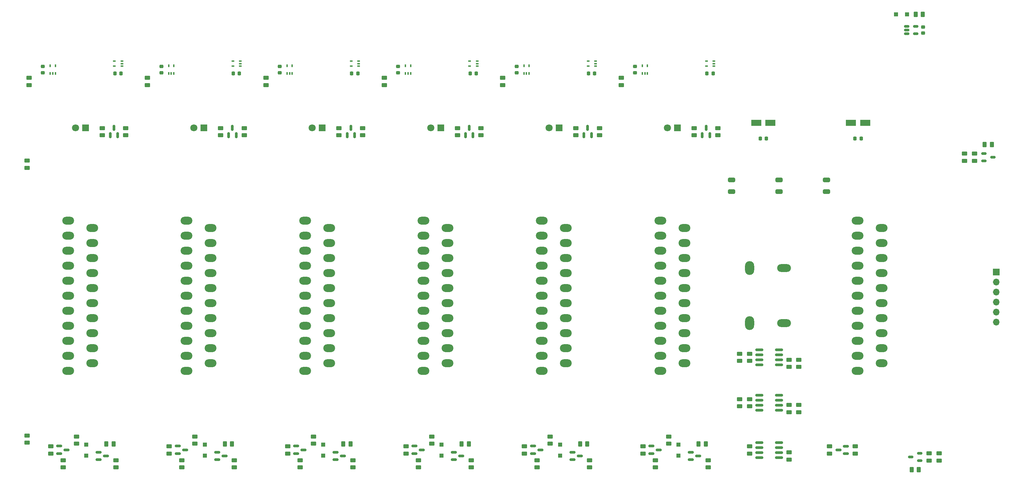
<source format=gts>
G04 #@! TF.GenerationSoftware,KiCad,Pcbnew,8.0.8-2.fc41*
G04 #@! TF.CreationDate,2025-02-05T21:45:11+00:00*
G04 #@! TF.ProjectId,SCART_switcher,53434152-545f-4737-9769-74636865722e,rev?*
G04 #@! TF.SameCoordinates,Original*
G04 #@! TF.FileFunction,Soldermask,Top*
G04 #@! TF.FilePolarity,Negative*
%FSLAX46Y46*%
G04 Gerber Fmt 4.6, Leading zero omitted, Abs format (unit mm)*
G04 Created by KiCad (PCBNEW 8.0.8-2.fc41) date 2025-02-05 21:45:11*
%MOMM*%
%LPD*%
G01*
G04 APERTURE LIST*
G04 Aperture macros list*
%AMRoundRect*
0 Rectangle with rounded corners*
0 $1 Rounding radius*
0 $2 $3 $4 $5 $6 $7 $8 $9 X,Y pos of 4 corners*
0 Add a 4 corners polygon primitive as box body*
4,1,4,$2,$3,$4,$5,$6,$7,$8,$9,$2,$3,0*
0 Add four circle primitives for the rounded corners*
1,1,$1+$1,$2,$3*
1,1,$1+$1,$4,$5*
1,1,$1+$1,$6,$7*
1,1,$1+$1,$8,$9*
0 Add four rect primitives between the rounded corners*
20,1,$1+$1,$2,$3,$4,$5,0*
20,1,$1+$1,$4,$5,$6,$7,0*
20,1,$1+$1,$6,$7,$8,$9,0*
20,1,$1+$1,$8,$9,$2,$3,0*%
G04 Aperture macros list end*
%ADD10RoundRect,0.250000X0.450000X-0.262500X0.450000X0.262500X-0.450000X0.262500X-0.450000X-0.262500X0*%
%ADD11RoundRect,0.250000X0.300000X-0.300000X0.300000X0.300000X-0.300000X0.300000X-0.300000X-0.300000X0*%
%ADD12RoundRect,0.250000X-0.262500X-0.450000X0.262500X-0.450000X0.262500X0.450000X-0.262500X0.450000X0*%
%ADD13RoundRect,0.150000X0.150000X-0.587500X0.150000X0.587500X-0.150000X0.587500X-0.150000X-0.587500X0*%
%ADD14RoundRect,0.250000X0.650000X-0.325000X0.650000X0.325000X-0.650000X0.325000X-0.650000X-0.325000X0*%
%ADD15RoundRect,0.100000X0.225000X0.100000X-0.225000X0.100000X-0.225000X-0.100000X0.225000X-0.100000X0*%
%ADD16RoundRect,0.100000X0.100000X-0.225000X0.100000X0.225000X-0.100000X0.225000X-0.100000X-0.225000X0*%
%ADD17RoundRect,0.250000X-0.450000X0.262500X-0.450000X-0.262500X0.450000X-0.262500X0.450000X0.262500X0*%
%ADD18RoundRect,0.150000X-0.512500X-0.150000X0.512500X-0.150000X0.512500X0.150000X-0.512500X0.150000X0*%
%ADD19RoundRect,0.225000X0.225000X0.250000X-0.225000X0.250000X-0.225000X-0.250000X0.225000X-0.250000X0*%
%ADD20RoundRect,0.225000X-0.250000X0.225000X-0.250000X-0.225000X0.250000X-0.225000X0.250000X0.225000X0*%
%ADD21RoundRect,0.150000X-0.587500X-0.150000X0.587500X-0.150000X0.587500X0.150000X-0.587500X0.150000X0*%
%ADD22RoundRect,0.150000X0.825000X0.150000X-0.825000X0.150000X-0.825000X-0.150000X0.825000X-0.150000X0*%
%ADD23RoundRect,0.225000X-0.225000X-0.250000X0.225000X-0.250000X0.225000X0.250000X-0.225000X0.250000X0*%
%ADD24R,1.800000X1.800000*%
%ADD25C,1.800000*%
%ADD26RoundRect,0.250000X0.262500X0.450000X-0.262500X0.450000X-0.262500X-0.450000X0.262500X-0.450000X0*%
%ADD27O,3.000000X2.000000*%
%ADD28RoundRect,0.150000X0.512500X0.150000X-0.512500X0.150000X-0.512500X-0.150000X0.512500X-0.150000X0*%
%ADD29RoundRect,0.250000X1.050000X0.550000X-1.050000X0.550000X-1.050000X-0.550000X1.050000X-0.550000X0*%
%ADD30RoundRect,0.250000X-0.300000X-0.300000X0.300000X-0.300000X0.300000X0.300000X-0.300000X0.300000X0*%
%ADD31RoundRect,0.150000X0.587500X0.150000X-0.587500X0.150000X-0.587500X-0.150000X0.587500X-0.150000X0*%
%ADD32O,3.500000X2.000000*%
%ADD33O,2.300000X3.500000*%
%ADD34R,1.700000X1.700000*%
%ADD35O,1.700000X1.700000*%
G04 APERTURE END LIST*
D10*
X81500000Y-151412500D03*
X81500000Y-149587500D03*
D11*
X150500000Y-151900000D03*
X150500000Y-149100000D03*
D10*
X218750000Y-151412500D03*
X218750000Y-149587500D03*
D12*
X65587500Y-149000000D03*
X67412500Y-149000000D03*
D13*
X36550000Y-70687500D03*
X38450000Y-70687500D03*
X37500000Y-68812500D03*
D14*
X194000000Y-84975000D03*
X194000000Y-82025000D03*
D15*
X189500000Y-53150000D03*
X189500000Y-52500000D03*
X189500000Y-51850000D03*
X187600000Y-51850000D03*
X187600000Y-53150000D03*
D16*
X141350000Y-54950000D03*
X142000000Y-54950000D03*
X142650000Y-54950000D03*
X142650000Y-53050000D03*
X141350000Y-53050000D03*
D17*
X198500000Y-126087500D03*
X198500000Y-127912500D03*
D18*
X238362500Y-43050000D03*
X238362500Y-44000000D03*
X238362500Y-44950000D03*
X240637500Y-44950000D03*
X240637500Y-43050000D03*
D15*
X159500000Y-53150000D03*
X159500000Y-52500000D03*
X159500000Y-51850000D03*
X157600000Y-51850000D03*
X157600000Y-53150000D03*
D17*
X15500000Y-146837500D03*
X15500000Y-148662500D03*
X198500000Y-137587500D03*
X198500000Y-139412500D03*
D19*
X202775000Y-71500000D03*
X201225000Y-71500000D03*
D20*
X109500000Y-53225000D03*
X109500000Y-54775000D03*
D10*
X38000000Y-154912500D03*
X38000000Y-153087500D03*
D11*
X90500000Y-151900000D03*
X90500000Y-149100000D03*
D17*
X244000000Y-151337500D03*
X244000000Y-153162500D03*
D11*
X120500000Y-151900000D03*
X120500000Y-149100000D03*
D10*
X84650000Y-154912500D03*
X84650000Y-153087500D03*
D15*
X129500000Y-53150000D03*
X129500000Y-52500000D03*
X129500000Y-51850000D03*
X127600000Y-51850000D03*
X127600000Y-53150000D03*
D11*
X60500000Y-151900000D03*
X60500000Y-149100000D03*
D21*
X63625000Y-151050000D03*
X63625000Y-152950000D03*
X65500000Y-152000000D03*
X53625000Y-149500000D03*
X53625000Y-151400000D03*
X55500000Y-150450000D03*
X183625000Y-151050000D03*
X183625000Y-152950000D03*
X185500000Y-152000000D03*
D17*
X225250000Y-149587500D03*
X225250000Y-151412500D03*
D12*
X35587500Y-149000000D03*
X37412500Y-149000000D03*
D10*
X184500000Y-70662500D03*
X184500000Y-68837500D03*
X28000000Y-148912500D03*
X28000000Y-147087500D03*
X88000000Y-148912500D03*
X88000000Y-147087500D03*
X54650000Y-154912500D03*
X54650000Y-153087500D03*
D22*
X205975000Y-128905000D03*
X205975000Y-127635000D03*
X205975000Y-126365000D03*
X205975000Y-125095000D03*
X201025000Y-125095000D03*
X201025000Y-126365000D03*
X201025000Y-127635000D03*
X201025000Y-128905000D03*
D15*
X99500000Y-53150000D03*
X99500000Y-52500000D03*
X99500000Y-51850000D03*
X97600000Y-51850000D03*
X97600000Y-53150000D03*
D10*
X178000000Y-148912500D03*
X178000000Y-147087500D03*
X174650000Y-154912500D03*
X174650000Y-153087500D03*
D23*
X187725000Y-55000000D03*
X189275000Y-55000000D03*
D10*
X158000000Y-154912500D03*
X158000000Y-153087500D03*
X24650000Y-154912500D03*
X24650000Y-153087500D03*
D11*
X30500000Y-151900000D03*
X30500000Y-149100000D03*
D16*
X81350000Y-54950000D03*
X82000000Y-54950000D03*
X82650000Y-54950000D03*
X82650000Y-53050000D03*
X81350000Y-53050000D03*
D10*
X154500000Y-70662500D03*
X154500000Y-68837500D03*
D20*
X49500000Y-53225000D03*
X49500000Y-54775000D03*
D24*
X30275000Y-68750000D03*
D25*
X27735000Y-68750000D03*
D17*
X253000000Y-75337500D03*
X253000000Y-77162500D03*
D10*
X196000000Y-139412500D03*
X196000000Y-137587500D03*
D13*
X66550000Y-70687500D03*
X68450000Y-70687500D03*
X67500000Y-68812500D03*
D26*
X241412500Y-155500000D03*
X239587500Y-155500000D03*
D21*
X33625000Y-151050000D03*
X33625000Y-152950000D03*
X35500000Y-152000000D03*
D10*
X114650000Y-154912500D03*
X114650000Y-153087500D03*
X68000000Y-154912500D03*
X68000000Y-153087500D03*
D21*
X113625000Y-149500000D03*
X113625000Y-151400000D03*
X115500000Y-150450000D03*
D27*
X25900707Y-130404293D03*
X32000707Y-128499293D03*
X25900707Y-126594293D03*
X32000707Y-124689293D03*
X25900707Y-122784293D03*
X32000707Y-120879293D03*
X25900707Y-118974293D03*
X32000707Y-117069293D03*
X25900707Y-115164293D03*
X32000707Y-113259293D03*
X25900707Y-111354293D03*
X32000707Y-109449293D03*
X25900707Y-107544293D03*
X32000707Y-105639293D03*
X25900707Y-103734293D03*
X32000707Y-101829293D03*
X25900707Y-99924293D03*
X32000707Y-98019293D03*
X25900707Y-96114293D03*
X32000707Y-94209293D03*
X25900707Y-92304293D03*
D18*
X257862500Y-75300000D03*
X257862500Y-77200000D03*
X260137500Y-76250000D03*
D21*
X173625000Y-149500000D03*
X173625000Y-151400000D03*
X175500000Y-150450000D03*
D14*
X206000000Y-84975000D03*
X206000000Y-82025000D03*
D15*
X69500000Y-53150000D03*
X69500000Y-52500000D03*
X69500000Y-51850000D03*
X67600000Y-51850000D03*
X67600000Y-53150000D03*
D27*
X55900707Y-130404293D03*
X62000707Y-128499293D03*
X55900707Y-126594293D03*
X62000707Y-124689293D03*
X55900707Y-122784293D03*
X62000707Y-120879293D03*
X55900707Y-118974293D03*
X62000707Y-117069293D03*
X55900707Y-115164293D03*
X62000707Y-113259293D03*
X55900707Y-111354293D03*
X62000707Y-109449293D03*
X55900707Y-107544293D03*
X62000707Y-105639293D03*
X55900707Y-103734293D03*
X62000707Y-101829293D03*
X55900707Y-99924293D03*
X62000707Y-98019293D03*
X55900707Y-96114293D03*
X62000707Y-94209293D03*
X55900707Y-92304293D03*
D28*
X241637500Y-153200000D03*
X241637500Y-151300000D03*
X239362500Y-152250000D03*
D13*
X126550000Y-70687500D03*
X128450000Y-70687500D03*
X127500000Y-68812500D03*
D24*
X180275000Y-68750000D03*
D25*
X177735000Y-68750000D03*
D12*
X155587500Y-149000000D03*
X157412500Y-149000000D03*
D16*
X51350000Y-54950000D03*
X52000000Y-54950000D03*
X52650000Y-54950000D03*
X52650000Y-53050000D03*
X51350000Y-53050000D03*
D17*
X208500000Y-127587500D03*
X208500000Y-129412500D03*
D23*
X97725000Y-55000000D03*
X99275000Y-55000000D03*
D27*
X175900707Y-130404293D03*
X182000707Y-128499293D03*
X175900707Y-126594293D03*
X182000707Y-124689293D03*
X175900707Y-122784293D03*
X182000707Y-120879293D03*
X175900707Y-118974293D03*
X182000707Y-117069293D03*
X175900707Y-115164293D03*
X182000707Y-113259293D03*
X175900707Y-111354293D03*
X182000707Y-109449293D03*
X175900707Y-107544293D03*
X182000707Y-105639293D03*
X175900707Y-103734293D03*
X182000707Y-101829293D03*
X175900707Y-99924293D03*
X182000707Y-98019293D03*
X175900707Y-96114293D03*
X182000707Y-94209293D03*
X175900707Y-92304293D03*
D10*
X128000000Y-154912500D03*
X128000000Y-153087500D03*
D17*
X40500000Y-68837500D03*
X40500000Y-70662500D03*
D24*
X60275000Y-68750000D03*
D25*
X57735000Y-68750000D03*
D17*
X130500000Y-68837500D03*
X130500000Y-70662500D03*
D10*
X118000000Y-148912500D03*
X118000000Y-147087500D03*
D13*
X96550000Y-70687500D03*
X98450000Y-70687500D03*
X97500000Y-68812500D03*
D21*
X23625000Y-149500000D03*
X23625000Y-151400000D03*
X25500000Y-150450000D03*
D16*
X171350000Y-54950000D03*
X172000000Y-54950000D03*
X172650000Y-54950000D03*
X172650000Y-53050000D03*
X171350000Y-53050000D03*
D23*
X67725000Y-55000000D03*
X69275000Y-55000000D03*
D10*
X98000000Y-154912500D03*
X98000000Y-153087500D03*
D12*
X185587500Y-149000000D03*
X187412500Y-149000000D03*
D17*
X208500000Y-151087500D03*
X208500000Y-152912500D03*
X190500000Y-68837500D03*
X190500000Y-70662500D03*
D10*
X16000000Y-57912500D03*
X16000000Y-56087500D03*
X255500000Y-77162500D03*
X255500000Y-75337500D03*
D17*
X70500000Y-68837500D03*
X70500000Y-70662500D03*
D21*
X83625000Y-149500000D03*
X83625000Y-151400000D03*
X85500000Y-150450000D03*
D10*
X21500000Y-151412500D03*
X21500000Y-149587500D03*
D20*
X19500000Y-53225000D03*
X19500000Y-54775000D03*
D29*
X203800000Y-67500000D03*
X200200000Y-67500000D03*
D30*
X235600000Y-40000000D03*
X238400000Y-40000000D03*
D13*
X156550000Y-70687500D03*
X158450000Y-70687500D03*
X157500000Y-68812500D03*
D10*
X211000000Y-140912500D03*
X211000000Y-139087500D03*
D17*
X100500000Y-68837500D03*
X100500000Y-70662500D03*
D10*
X58000000Y-148912500D03*
X58000000Y-147087500D03*
X166000000Y-57912500D03*
X166000000Y-56087500D03*
D24*
X150275000Y-68750000D03*
D25*
X147735000Y-68750000D03*
D17*
X198500000Y-149587500D03*
X198500000Y-151412500D03*
D10*
X106000000Y-57912500D03*
X106000000Y-56087500D03*
D21*
X123625000Y-151050000D03*
X123625000Y-152950000D03*
X125500000Y-152000000D03*
D12*
X95587500Y-149000000D03*
X97412500Y-149000000D03*
D10*
X141500000Y-151412500D03*
X141500000Y-149587500D03*
X34500000Y-70662500D03*
X34500000Y-68837500D03*
X51500000Y-151412500D03*
X51500000Y-149587500D03*
D16*
X111350000Y-54950000D03*
X112000000Y-54950000D03*
X112650000Y-54950000D03*
X112650000Y-53050000D03*
X111350000Y-53050000D03*
D10*
X211000000Y-129412500D03*
X211000000Y-127587500D03*
D21*
X153625000Y-151050000D03*
X153625000Y-152950000D03*
X155500000Y-152000000D03*
D20*
X139500000Y-53225000D03*
X139500000Y-54775000D03*
D22*
X205975000Y-140405000D03*
X205975000Y-139135000D03*
X205975000Y-137865000D03*
X205975000Y-136595000D03*
X201025000Y-136595000D03*
X201025000Y-137865000D03*
X201025000Y-139135000D03*
X201025000Y-140405000D03*
D31*
X222937500Y-151450000D03*
X222937500Y-149550000D03*
X221062500Y-150500000D03*
D10*
X196000000Y-127912500D03*
X196000000Y-126087500D03*
D27*
X85900707Y-130404293D03*
X92000707Y-128499293D03*
X85900707Y-126594293D03*
X92000707Y-124689293D03*
X85900707Y-122784293D03*
X92000707Y-120879293D03*
X85900707Y-118974293D03*
X92000707Y-117069293D03*
X85900707Y-115164293D03*
X92000707Y-113259293D03*
X85900707Y-111354293D03*
X92000707Y-109449293D03*
X85900707Y-107544293D03*
X92000707Y-105639293D03*
X85900707Y-103734293D03*
X92000707Y-101829293D03*
X85900707Y-99924293D03*
X92000707Y-98019293D03*
X85900707Y-96114293D03*
X92000707Y-94209293D03*
X85900707Y-92304293D03*
X115900707Y-130404293D03*
X122000707Y-128499293D03*
X115900707Y-126594293D03*
X122000707Y-124689293D03*
X115900707Y-122784293D03*
X122000707Y-120879293D03*
X115900707Y-118974293D03*
X122000707Y-117069293D03*
X115900707Y-115164293D03*
X122000707Y-113259293D03*
X115900707Y-111354293D03*
X122000707Y-109449293D03*
X115900707Y-107544293D03*
X122000707Y-105639293D03*
X115900707Y-103734293D03*
X122000707Y-101829293D03*
X115900707Y-99924293D03*
X122000707Y-98019293D03*
X115900707Y-96114293D03*
X122000707Y-94209293D03*
X115900707Y-92304293D03*
D15*
X39500000Y-53150000D03*
X39500000Y-52500000D03*
X39500000Y-51850000D03*
X37600000Y-51850000D03*
X37600000Y-53150000D03*
D32*
X207250707Y-118354293D03*
D33*
X198550707Y-118354293D03*
D23*
X37725000Y-55000000D03*
X39275000Y-55000000D03*
X157725000Y-55000000D03*
X159275000Y-55000000D03*
D10*
X124500000Y-70662500D03*
X124500000Y-68837500D03*
D17*
X208500000Y-139087500D03*
X208500000Y-140912500D03*
X15500000Y-77087500D03*
X15500000Y-78912500D03*
D10*
X171500000Y-151412500D03*
X171500000Y-149587500D03*
X111500000Y-151412500D03*
X111500000Y-149587500D03*
D26*
X242412500Y-40000000D03*
X240587500Y-40000000D03*
D11*
X180500000Y-151900000D03*
X180500000Y-149100000D03*
D12*
X125587500Y-149000000D03*
X127412500Y-149000000D03*
D20*
X79500000Y-53225000D03*
X79500000Y-54775000D03*
D32*
X207250707Y-104354293D03*
D33*
X198550707Y-104354293D03*
D16*
X21350000Y-54950000D03*
X22000000Y-54950000D03*
X22650000Y-54950000D03*
X22650000Y-53050000D03*
X21350000Y-53050000D03*
D10*
X64500000Y-70662500D03*
X64500000Y-68837500D03*
X144650000Y-154912500D03*
X144650000Y-153087500D03*
X94500000Y-70662500D03*
X94500000Y-68837500D03*
D13*
X186550000Y-70687500D03*
X188450000Y-70687500D03*
X187500000Y-68812500D03*
D17*
X160500000Y-68837500D03*
X160500000Y-70662500D03*
D34*
X261000000Y-105380000D03*
D35*
X261000000Y-107920000D03*
X261000000Y-110460000D03*
X261000000Y-113000000D03*
X261000000Y-115540000D03*
X261000000Y-118080000D03*
D27*
X225900707Y-130404293D03*
X232000707Y-128499293D03*
X225900707Y-126594293D03*
X232000707Y-124689293D03*
X225900707Y-122784293D03*
X232000707Y-120879293D03*
X225900707Y-118974293D03*
X232000707Y-117069293D03*
X225900707Y-115164293D03*
X232000707Y-113259293D03*
X225900707Y-111354293D03*
X232000707Y-109449293D03*
X225900707Y-107544293D03*
X232000707Y-105639293D03*
X225900707Y-103734293D03*
X232000707Y-101829293D03*
X225900707Y-99924293D03*
X232000707Y-98019293D03*
X225900707Y-96114293D03*
X232000707Y-94209293D03*
X225900707Y-92304293D03*
D22*
X205975000Y-152405000D03*
X205975000Y-151135000D03*
X205975000Y-149865000D03*
X205975000Y-148595000D03*
X201025000Y-148595000D03*
X201025000Y-149865000D03*
X201025000Y-151135000D03*
X201025000Y-152405000D03*
D24*
X120275000Y-68750000D03*
D25*
X117735000Y-68750000D03*
D10*
X76000000Y-57912500D03*
X76000000Y-56087500D03*
D14*
X218000000Y-84975000D03*
X218000000Y-82025000D03*
D10*
X246500000Y-153162500D03*
X246500000Y-151337500D03*
D29*
X227800000Y-67500000D03*
X224200000Y-67500000D03*
D24*
X90275000Y-68750000D03*
D25*
X87735000Y-68750000D03*
D27*
X145900707Y-130404293D03*
X152000707Y-128499293D03*
X145900707Y-126594293D03*
X152000707Y-124689293D03*
X145900707Y-122784293D03*
X152000707Y-120879293D03*
X145900707Y-118974293D03*
X152000707Y-117069293D03*
X145900707Y-115164293D03*
X152000707Y-113259293D03*
X145900707Y-111354293D03*
X152000707Y-109449293D03*
X145900707Y-107544293D03*
X152000707Y-105639293D03*
X145900707Y-103734293D03*
X152000707Y-101829293D03*
X145900707Y-99924293D03*
X152000707Y-98019293D03*
X145900707Y-96114293D03*
X152000707Y-94209293D03*
X145900707Y-92304293D03*
D10*
X188000000Y-154912500D03*
X188000000Y-153087500D03*
D19*
X226775000Y-71500000D03*
X225225000Y-71500000D03*
D12*
X258087500Y-73000000D03*
X259912500Y-73000000D03*
D20*
X169500000Y-53225000D03*
X169500000Y-54775000D03*
D21*
X93625000Y-151050000D03*
X93625000Y-152950000D03*
X95500000Y-152000000D03*
D20*
X242500000Y-43225000D03*
X242500000Y-44775000D03*
D23*
X127725000Y-55000000D03*
X129275000Y-55000000D03*
D10*
X46000000Y-57912500D03*
X46000000Y-56087500D03*
X148000000Y-148912500D03*
X148000000Y-147087500D03*
D21*
X143625000Y-149500000D03*
X143625000Y-151400000D03*
X145500000Y-150450000D03*
D10*
X136000000Y-57912500D03*
X136000000Y-56087500D03*
M02*

</source>
